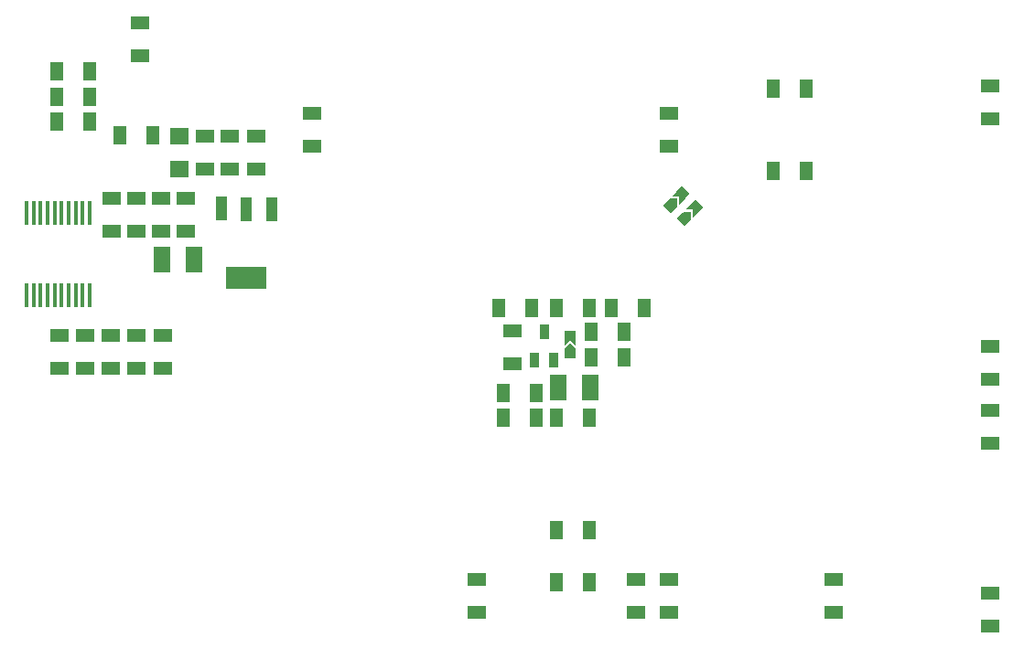
<source format=gbp>
G04*
G04 #@! TF.GenerationSoftware,Altium Limited,Altium Designer,18.1.6 (161)*
G04*
G04 Layer_Color=128*
%FSLAX44Y44*%
%MOMM*%
G71*
G01*
G75*
%ADD65R,1.0160X0.8128*%
%ADD66R,1.6000X2.4000*%
%ADD67R,0.9000X1.4000*%
G04:AMPARAMS|DCode=68|XSize=0.8128mm|YSize=1.016mm|CornerRadius=0mm|HoleSize=0mm|Usage=FLASHONLY|Rotation=45.000|XOffset=0mm|YOffset=0mm|HoleType=Round|Shape=Rectangle|*
%AMROTATEDRECTD68*
4,1,4,0.0718,-0.6466,-0.6466,0.0718,-0.0718,0.6466,0.6466,-0.0718,0.0718,-0.6466,0.0*
%
%ADD68ROTATEDRECTD68*%

%ADD69R,1.6510X1.2700*%
%ADD70R,3.8000X2.0000*%
%ADD71R,1.0000X2.2000*%
%ADD72R,0.4000X2.3000*%
%ADD73R,1.2700X1.6510*%
%ADD74R,1.8000X1.5240*%
G36*
X341265Y231727D02*
X344857Y228135D01*
X339469Y222747D01*
Y229931D01*
X332284D01*
X337673Y235319D01*
X341265Y231727D01*
D02*
G37*
G36*
X337673Y220951D02*
X335877Y219155D01*
X328692Y226339D01*
X330488Y228135D01*
X337673D01*
Y220951D01*
D02*
G37*
G36*
X353965Y219569D02*
X357557Y215977D01*
X352169Y210589D01*
Y217773D01*
X344984D01*
X350373Y223161D01*
X353965Y219569D01*
D02*
G37*
G36*
X350373Y208793D02*
X348577Y206997D01*
X341392Y214181D01*
X343188Y215977D01*
X350373D01*
Y208793D01*
D02*
G37*
G36*
X243840Y91757D02*
X238760Y96838D01*
X233680Y91757D01*
Y99377D01*
X243840D01*
Y91757D01*
D02*
G37*
G36*
Y89218D02*
Y86678D01*
X233680D01*
Y89218D01*
X238760Y94298D01*
X243840Y89218D01*
D02*
G37*
D65*
X238760Y101283D02*
D03*
Y84137D02*
D03*
D66*
X227815Y53340D02*
D03*
X257325D02*
D03*
X-109705Y171450D02*
D03*
X-139215D02*
D03*
D67*
X223630Y78758D02*
D03*
X205630D02*
D03*
X214630Y104757D02*
D03*
D68*
X355312Y220916D02*
D03*
X343188Y208793D02*
D03*
X342612Y233074D02*
D03*
X330488Y220951D02*
D03*
D69*
X-233610Y101600D02*
D03*
Y71120D02*
D03*
X-116840Y228600D02*
D03*
Y198120D02*
D03*
X-139700D02*
D03*
Y228600D02*
D03*
X-162560Y198120D02*
D03*
Y228600D02*
D03*
X-185420D02*
D03*
Y198120D02*
D03*
X-159600Y391160D02*
D03*
Y360680D02*
D03*
X-76200Y285750D02*
D03*
Y255270D02*
D03*
X-52070D02*
D03*
Y285750D02*
D03*
X-138430Y71120D02*
D03*
Y101600D02*
D03*
X-162560Y71120D02*
D03*
Y101600D02*
D03*
X627380Y1270D02*
D03*
Y31750D02*
D03*
X185420Y105410D02*
D03*
Y74930D02*
D03*
X299720Y-155100D02*
D03*
Y-124620D02*
D03*
X330200Y-124460D02*
D03*
Y-154940D02*
D03*
X-210170Y71120D02*
D03*
Y101600D02*
D03*
X-186690D02*
D03*
Y71120D02*
D03*
X627380Y332740D02*
D03*
Y302260D02*
D03*
X-99060Y255270D02*
D03*
Y285750D02*
D03*
X627380Y-167640D02*
D03*
Y-137160D02*
D03*
X482600Y-124460D02*
D03*
Y-154940D02*
D03*
X627380Y60960D02*
D03*
Y91440D02*
D03*
X330200Y276860D02*
D03*
Y307340D02*
D03*
X0Y276860D02*
D03*
Y307340D02*
D03*
X152400Y-124460D02*
D03*
Y-154940D02*
D03*
D70*
X-60960Y154440D02*
D03*
D71*
X-37960Y218440D02*
D03*
X-60960D02*
D03*
X-83960Y218710D02*
D03*
D72*
X-205960Y214630D02*
D03*
X-212460D02*
D03*
X-218960D02*
D03*
X-225460D02*
D03*
X-231960D02*
D03*
X-238460D02*
D03*
X-244960D02*
D03*
X-251460D02*
D03*
X-257960D02*
D03*
X-264460D02*
D03*
X-244960Y138430D02*
D03*
X-251460D02*
D03*
X-257960D02*
D03*
X-264460D02*
D03*
X-238460D02*
D03*
X-231960D02*
D03*
X-225460D02*
D03*
X-218960D02*
D03*
X-212460D02*
D03*
X-205960D02*
D03*
D73*
X-205740Y345800D02*
D03*
X-236220D02*
D03*
X-205740Y322580D02*
D03*
X-236220D02*
D03*
Y299720D02*
D03*
X-205740D02*
D03*
X276904Y127000D02*
D03*
X307384D02*
D03*
X256496D02*
D03*
X226016D02*
D03*
X203295D02*
D03*
X172815D02*
D03*
X288290Y81280D02*
D03*
X257810D02*
D03*
Y104458D02*
D03*
X288290D02*
D03*
X426720Y254000D02*
D03*
X457200D02*
D03*
X426720Y330200D02*
D03*
X457200D02*
D03*
X-177800Y287020D02*
D03*
X-147320D02*
D03*
X256540Y25400D02*
D03*
X226060D02*
D03*
Y-127000D02*
D03*
X256540D02*
D03*
X176530Y48260D02*
D03*
X207010D02*
D03*
X226060Y-78740D02*
D03*
X256540D02*
D03*
X176530Y25400D02*
D03*
X207010D02*
D03*
D74*
X-123190Y285750D02*
D03*
Y255270D02*
D03*
M02*

</source>
